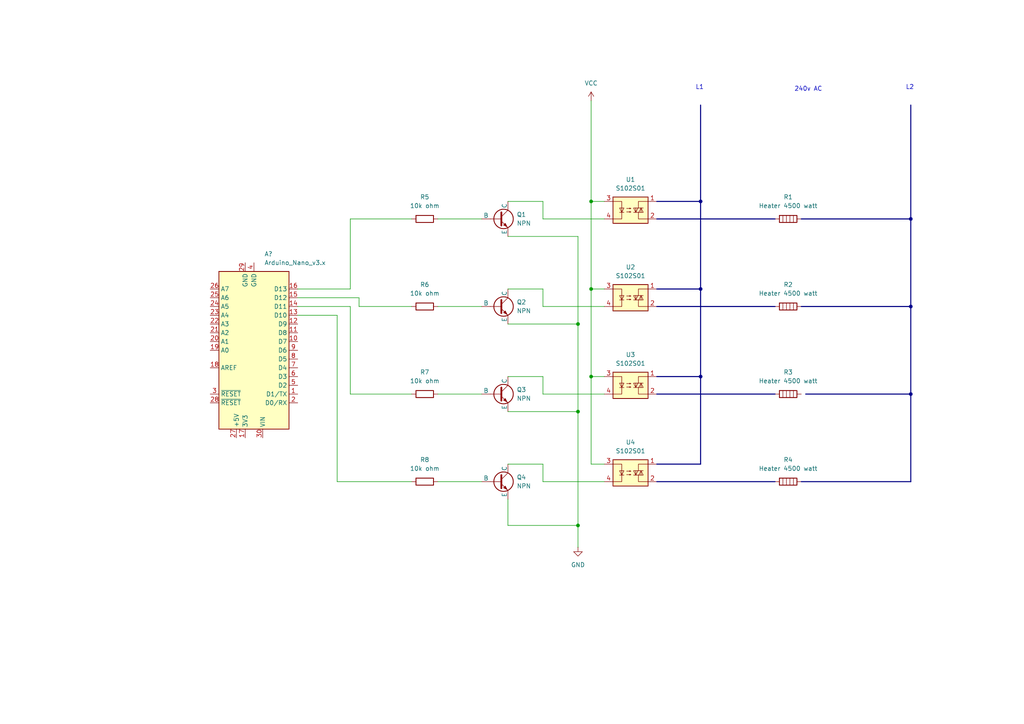
<source format=kicad_sch>
(kicad_sch
	(version 20231120)
	(generator "eeschema")
	(generator_version "8.0")
	(uuid "fe7bb7f7-d195-4d1b-a13e-6721f3f49046")
	(paper "A4")
	(title_block
		(title "20 kW Load")
		(date "2025-04-23")
		(rev "A")
		(company "Ed's DIY Solar Farm")
	)
	(lib_symbols
		(symbol "Device:Heater"
			(pin_numbers hide)
			(pin_names
				(offset 0)
			)
			(exclude_from_sim no)
			(in_bom yes)
			(on_board yes)
			(property "Reference" "R"
				(at 2.032 0 90)
				(effects
					(font
						(size 1.27 1.27)
					)
				)
			)
			(property "Value" "Heater"
				(at -2.032 0 90)
				(effects
					(font
						(size 1.27 1.27)
					)
				)
			)
			(property "Footprint" ""
				(at -1.778 0 90)
				(effects
					(font
						(size 1.27 1.27)
					)
					(hide yes)
				)
			)
			(property "Datasheet" "~"
				(at 0 0 0)
				(effects
					(font
						(size 1.27 1.27)
					)
					(hide yes)
				)
			)
			(property "Description" "Resistive heater"
				(at 0 0 0)
				(effects
					(font
						(size 1.27 1.27)
					)
					(hide yes)
				)
			)
			(property "ki_keywords" "heater R resistor"
				(at 0 0 0)
				(effects
					(font
						(size 1.27 1.27)
					)
					(hide yes)
				)
			)
			(symbol "Heater_0_1"
				(rectangle
					(start -1.016 -2.54)
					(end 1.016 2.54)
					(stroke
						(width 0.254)
						(type default)
					)
					(fill
						(type none)
					)
				)
				(polyline
					(pts
						(xy -1.016 1.524) (xy 1.016 1.524)
					)
					(stroke
						(width 0)
						(type default)
					)
					(fill
						(type none)
					)
				)
				(polyline
					(pts
						(xy 1.016 -1.524) (xy -1.016 -1.524)
					)
					(stroke
						(width 0)
						(type default)
					)
					(fill
						(type none)
					)
				)
				(polyline
					(pts
						(xy 1.016 -0.508) (xy -1.016 -0.508)
					)
					(stroke
						(width 0)
						(type default)
					)
					(fill
						(type none)
					)
				)
				(polyline
					(pts
						(xy 1.016 0.508) (xy -1.016 0.508)
					)
					(stroke
						(width 0)
						(type default)
					)
					(fill
						(type none)
					)
				)
			)
			(symbol "Heater_1_1"
				(pin passive line
					(at 0 3.81 270)
					(length 1.27)
					(name "~"
						(effects
							(font
								(size 1.27 1.27)
							)
						)
					)
					(number "1"
						(effects
							(font
								(size 1.27 1.27)
							)
						)
					)
				)
				(pin passive line
					(at 0 -3.81 90)
					(length 1.27)
					(name "~"
						(effects
							(font
								(size 1.27 1.27)
							)
						)
					)
					(number "2"
						(effects
							(font
								(size 1.27 1.27)
							)
						)
					)
				)
			)
		)
		(symbol "Device:R"
			(pin_numbers hide)
			(pin_names
				(offset 0)
			)
			(exclude_from_sim no)
			(in_bom yes)
			(on_board yes)
			(property "Reference" "R"
				(at 2.032 0 90)
				(effects
					(font
						(size 1.27 1.27)
					)
				)
			)
			(property "Value" "R"
				(at 0 0 90)
				(effects
					(font
						(size 1.27 1.27)
					)
				)
			)
			(property "Footprint" ""
				(at -1.778 0 90)
				(effects
					(font
						(size 1.27 1.27)
					)
					(hide yes)
				)
			)
			(property "Datasheet" "~"
				(at 0 0 0)
				(effects
					(font
						(size 1.27 1.27)
					)
					(hide yes)
				)
			)
			(property "Description" "Resistor"
				(at 0 0 0)
				(effects
					(font
						(size 1.27 1.27)
					)
					(hide yes)
				)
			)
			(property "ki_keywords" "R res resistor"
				(at 0 0 0)
				(effects
					(font
						(size 1.27 1.27)
					)
					(hide yes)
				)
			)
			(property "ki_fp_filters" "R_*"
				(at 0 0 0)
				(effects
					(font
						(size 1.27 1.27)
					)
					(hide yes)
				)
			)
			(symbol "R_0_1"
				(rectangle
					(start -1.016 -2.54)
					(end 1.016 2.54)
					(stroke
						(width 0.254)
						(type default)
					)
					(fill
						(type none)
					)
				)
			)
			(symbol "R_1_1"
				(pin passive line
					(at 0 3.81 270)
					(length 1.27)
					(name "~"
						(effects
							(font
								(size 1.27 1.27)
							)
						)
					)
					(number "1"
						(effects
							(font
								(size 1.27 1.27)
							)
						)
					)
				)
				(pin passive line
					(at 0 -3.81 90)
					(length 1.27)
					(name "~"
						(effects
							(font
								(size 1.27 1.27)
							)
						)
					)
					(number "2"
						(effects
							(font
								(size 1.27 1.27)
							)
						)
					)
				)
			)
		)
		(symbol "MCU_Module:Arduino_Nano_v3.x"
			(exclude_from_sim no)
			(in_bom yes)
			(on_board yes)
			(property "Reference" "A"
				(at -10.16 23.495 0)
				(effects
					(font
						(size 1.27 1.27)
					)
					(justify left bottom)
				)
			)
			(property "Value" "Arduino_Nano_v3.x"
				(at 5.08 -24.13 0)
				(effects
					(font
						(size 1.27 1.27)
					)
					(justify left top)
				)
			)
			(property "Footprint" "Module:Arduino_Nano"
				(at 0 0 0)
				(effects
					(font
						(size 1.27 1.27)
						(italic yes)
					)
					(hide yes)
				)
			)
			(property "Datasheet" "http://www.mouser.com/pdfdocs/Gravitech_Arduino_Nano3_0.pdf"
				(at 0 0 0)
				(effects
					(font
						(size 1.27 1.27)
					)
					(hide yes)
				)
			)
			(property "Description" "Arduino Nano v3.x"
				(at 0 0 0)
				(effects
					(font
						(size 1.27 1.27)
					)
					(hide yes)
				)
			)
			(property "ki_keywords" "Arduino nano microcontroller module USB"
				(at 0 0 0)
				(effects
					(font
						(size 1.27 1.27)
					)
					(hide yes)
				)
			)
			(property "ki_fp_filters" "Arduino*Nano*"
				(at 0 0 0)
				(effects
					(font
						(size 1.27 1.27)
					)
					(hide yes)
				)
			)
			(symbol "Arduino_Nano_v3.x_0_1"
				(rectangle
					(start -10.16 22.86)
					(end 10.16 -22.86)
					(stroke
						(width 0.254)
						(type default)
					)
					(fill
						(type background)
					)
				)
			)
			(symbol "Arduino_Nano_v3.x_1_1"
				(pin bidirectional line
					(at -12.7 12.7 0)
					(length 2.54)
					(name "D1/TX"
						(effects
							(font
								(size 1.27 1.27)
							)
						)
					)
					(number "1"
						(effects
							(font
								(size 1.27 1.27)
							)
						)
					)
				)
				(pin bidirectional line
					(at -12.7 -2.54 0)
					(length 2.54)
					(name "D7"
						(effects
							(font
								(size 1.27 1.27)
							)
						)
					)
					(number "10"
						(effects
							(font
								(size 1.27 1.27)
							)
						)
					)
				)
				(pin bidirectional line
					(at -12.7 -5.08 0)
					(length 2.54)
					(name "D8"
						(effects
							(font
								(size 1.27 1.27)
							)
						)
					)
					(number "11"
						(effects
							(font
								(size 1.27 1.27)
							)
						)
					)
				)
				(pin bidirectional line
					(at -12.7 -7.62 0)
					(length 2.54)
					(name "D9"
						(effects
							(font
								(size 1.27 1.27)
							)
						)
					)
					(number "12"
						(effects
							(font
								(size 1.27 1.27)
							)
						)
					)
				)
				(pin bidirectional line
					(at -12.7 -10.16 0)
					(length 2.54)
					(name "D10"
						(effects
							(font
								(size 1.27 1.27)
							)
						)
					)
					(number "13"
						(effects
							(font
								(size 1.27 1.27)
							)
						)
					)
				)
				(pin bidirectional line
					(at -12.7 -12.7 0)
					(length 2.54)
					(name "D11"
						(effects
							(font
								(size 1.27 1.27)
							)
						)
					)
					(number "14"
						(effects
							(font
								(size 1.27 1.27)
							)
						)
					)
				)
				(pin bidirectional line
					(at -12.7 -15.24 0)
					(length 2.54)
					(name "D12"
						(effects
							(font
								(size 1.27 1.27)
							)
						)
					)
					(number "15"
						(effects
							(font
								(size 1.27 1.27)
							)
						)
					)
				)
				(pin bidirectional line
					(at -12.7 -17.78 0)
					(length 2.54)
					(name "D13"
						(effects
							(font
								(size 1.27 1.27)
							)
						)
					)
					(number "16"
						(effects
							(font
								(size 1.27 1.27)
							)
						)
					)
				)
				(pin power_out line
					(at 2.54 25.4 270)
					(length 2.54)
					(name "3V3"
						(effects
							(font
								(size 1.27 1.27)
							)
						)
					)
					(number "17"
						(effects
							(font
								(size 1.27 1.27)
							)
						)
					)
				)
				(pin input line
					(at 12.7 5.08 180)
					(length 2.54)
					(name "AREF"
						(effects
							(font
								(size 1.27 1.27)
							)
						)
					)
					(number "18"
						(effects
							(font
								(size 1.27 1.27)
							)
						)
					)
				)
				(pin bidirectional line
					(at 12.7 0 180)
					(length 2.54)
					(name "A0"
						(effects
							(font
								(size 1.27 1.27)
							)
						)
					)
					(number "19"
						(effects
							(font
								(size 1.27 1.27)
							)
						)
					)
				)
				(pin bidirectional line
					(at -12.7 15.24 0)
					(length 2.54)
					(name "D0/RX"
						(effects
							(font
								(size 1.27 1.27)
							)
						)
					)
					(number "2"
						(effects
							(font
								(size 1.27 1.27)
							)
						)
					)
				)
				(pin bidirectional line
					(at 12.7 -2.54 180)
					(length 2.54)
					(name "A1"
						(effects
							(font
								(size 1.27 1.27)
							)
						)
					)
					(number "20"
						(effects
							(font
								(size 1.27 1.27)
							)
						)
					)
				)
				(pin bidirectional line
					(at 12.7 -5.08 180)
					(length 2.54)
					(name "A2"
						(effects
							(font
								(size 1.27 1.27)
							)
						)
					)
					(number "21"
						(effects
							(font
								(size 1.27 1.27)
							)
						)
					)
				)
				(pin bidirectional line
					(at 12.7 -7.62 180)
					(length 2.54)
					(name "A3"
						(effects
							(font
								(size 1.27 1.27)
							)
						)
					)
					(number "22"
						(effects
							(font
								(size 1.27 1.27)
							)
						)
					)
				)
				(pin bidirectional line
					(at 12.7 -10.16 180)
					(length 2.54)
					(name "A4"
						(effects
							(font
								(size 1.27 1.27)
							)
						)
					)
					(number "23"
						(effects
							(font
								(size 1.27 1.27)
							)
						)
					)
				)
				(pin bidirectional line
					(at 12.7 -12.7 180)
					(length 2.54)
					(name "A5"
						(effects
							(font
								(size 1.27 1.27)
							)
						)
					)
					(number "24"
						(effects
							(font
								(size 1.27 1.27)
							)
						)
					)
				)
				(pin bidirectional line
					(at 12.7 -15.24 180)
					(length 2.54)
					(name "A6"
						(effects
							(font
								(size 1.27 1.27)
							)
						)
					)
					(number "25"
						(effects
							(font
								(size 1.27 1.27)
							)
						)
					)
				)
				(pin bidirectional line
					(at 12.7 -17.78 180)
					(length 2.54)
					(name "A7"
						(effects
							(font
								(size 1.27 1.27)
							)
						)
					)
					(number "26"
						(effects
							(font
								(size 1.27 1.27)
							)
						)
					)
				)
				(pin power_out line
					(at 5.08 25.4 270)
					(length 2.54)
					(name "+5V"
						(effects
							(font
								(size 1.27 1.27)
							)
						)
					)
					(number "27"
						(effects
							(font
								(size 1.27 1.27)
							)
						)
					)
				)
				(pin input line
					(at 12.7 15.24 180)
					(length 2.54)
					(name "~{RESET}"
						(effects
							(font
								(size 1.27 1.27)
							)
						)
					)
					(number "28"
						(effects
							(font
								(size 1.27 1.27)
							)
						)
					)
				)
				(pin power_in line
					(at 2.54 -25.4 90)
					(length 2.54)
					(name "GND"
						(effects
							(font
								(size 1.27 1.27)
							)
						)
					)
					(number "29"
						(effects
							(font
								(size 1.27 1.27)
							)
						)
					)
				)
				(pin input line
					(at 12.7 12.7 180)
					(length 2.54)
					(name "~{RESET}"
						(effects
							(font
								(size 1.27 1.27)
							)
						)
					)
					(number "3"
						(effects
							(font
								(size 1.27 1.27)
							)
						)
					)
				)
				(pin power_in line
					(at -2.54 25.4 270)
					(length 2.54)
					(name "VIN"
						(effects
							(font
								(size 1.27 1.27)
							)
						)
					)
					(number "30"
						(effects
							(font
								(size 1.27 1.27)
							)
						)
					)
				)
				(pin power_in line
					(at 0 -25.4 90)
					(length 2.54)
					(name "GND"
						(effects
							(font
								(size 1.27 1.27)
							)
						)
					)
					(number "4"
						(effects
							(font
								(size 1.27 1.27)
							)
						)
					)
				)
				(pin bidirectional line
					(at -12.7 10.16 0)
					(length 2.54)
					(name "D2"
						(effects
							(font
								(size 1.27 1.27)
							)
						)
					)
					(number "5"
						(effects
							(font
								(size 1.27 1.27)
							)
						)
					)
				)
				(pin bidirectional line
					(at -12.7 7.62 0)
					(length 2.54)
					(name "D3"
						(effects
							(font
								(size 1.27 1.27)
							)
						)
					)
					(number "6"
						(effects
							(font
								(size 1.27 1.27)
							)
						)
					)
				)
				(pin bidirectional line
					(at -12.7 5.08 0)
					(length 2.54)
					(name "D4"
						(effects
							(font
								(size 1.27 1.27)
							)
						)
					)
					(number "7"
						(effects
							(font
								(size 1.27 1.27)
							)
						)
					)
				)
				(pin bidirectional line
					(at -12.7 2.54 0)
					(length 2.54)
					(name "D5"
						(effects
							(font
								(size 1.27 1.27)
							)
						)
					)
					(number "8"
						(effects
							(font
								(size 1.27 1.27)
							)
						)
					)
				)
				(pin bidirectional line
					(at -12.7 0 0)
					(length 2.54)
					(name "D6"
						(effects
							(font
								(size 1.27 1.27)
							)
						)
					)
					(number "9"
						(effects
							(font
								(size 1.27 1.27)
							)
						)
					)
				)
			)
		)
		(symbol "Relay_SolidState:S102S01"
			(exclude_from_sim no)
			(in_bom yes)
			(on_board yes)
			(property "Reference" "U"
				(at -5.08 5.08 0)
				(effects
					(font
						(size 1.27 1.27)
					)
					(justify left)
				)
			)
			(property "Value" "S102S01"
				(at 0 5.08 0)
				(effects
					(font
						(size 1.27 1.27)
					)
					(justify left)
				)
			)
			(property "Footprint" "Package_SIP:SIP4_Sharp-SSR_P7.62mm_Straight"
				(at -5.08 -5.08 0)
				(effects
					(font
						(size 1.27 1.27)
						(italic yes)
					)
					(justify left)
					(hide yes)
				)
			)
			(property "Datasheet" "http://www.sharp-world.com/products/device/lineup/data/pdf/datasheet/s102s01_e.pdf"
				(at 0 0 0)
				(effects
					(font
						(size 1.27 1.27)
					)
					(justify left)
					(hide yes)
				)
			)
			(property "Description" "Random Phase Opto-Triac, Vdrm 400V, Ift 8mA, IT 8A"
				(at 0 0 0)
				(effects
					(font
						(size 1.27 1.27)
					)
					(hide yes)
				)
			)
			(property "ki_keywords" "Opto-Triac Opto Triac Random Phase Solid State Relays"
				(at 0 0 0)
				(effects
					(font
						(size 1.27 1.27)
					)
					(hide yes)
				)
			)
			(property "ki_fp_filters" "SIP4*Sharp*SSR*P7.62mm*"
				(at 0 0 0)
				(effects
					(font
						(size 1.27 1.27)
					)
					(hide yes)
				)
			)
			(symbol "S102S01_0_1"
				(rectangle
					(start -5.08 3.81)
					(end 5.08 -3.81)
					(stroke
						(width 0.254)
						(type default)
					)
					(fill
						(type background)
					)
				)
				(polyline
					(pts
						(xy -3.175 -0.635) (xy -1.905 -0.635)
					)
					(stroke
						(width 0)
						(type default)
					)
					(fill
						(type none)
					)
				)
				(polyline
					(pts
						(xy 1.524 -0.635) (xy 1.524 0.635)
					)
					(stroke
						(width 0)
						(type default)
					)
					(fill
						(type none)
					)
				)
				(polyline
					(pts
						(xy 3.048 0.635) (xy 3.048 -0.635)
					)
					(stroke
						(width 0)
						(type default)
					)
					(fill
						(type none)
					)
				)
				(polyline
					(pts
						(xy 2.286 -0.635) (xy 2.286 -2.54) (xy 5.08 -2.54)
					)
					(stroke
						(width 0)
						(type default)
					)
					(fill
						(type none)
					)
				)
				(polyline
					(pts
						(xy 2.286 0.635) (xy 2.286 2.54) (xy 5.08 2.54)
					)
					(stroke
						(width 0)
						(type default)
					)
					(fill
						(type none)
					)
				)
				(polyline
					(pts
						(xy -5.08 2.54) (xy -2.54 2.54) (xy -2.54 -2.54) (xy -5.08 -2.54)
					)
					(stroke
						(width 0)
						(type default)
					)
					(fill
						(type none)
					)
				)
				(polyline
					(pts
						(xy -2.54 -0.635) (xy -3.175 0.635) (xy -1.905 0.635) (xy -2.54 -0.635)
					)
					(stroke
						(width 0)
						(type default)
					)
					(fill
						(type none)
					)
				)
				(polyline
					(pts
						(xy 0.889 -0.635) (xy 3.683 -0.635) (xy 3.048 0.635) (xy 2.413 -0.635)
					)
					(stroke
						(width 0)
						(type default)
					)
					(fill
						(type none)
					)
				)
				(polyline
					(pts
						(xy 3.683 0.635) (xy 0.889 0.635) (xy 1.524 -0.635) (xy 2.159 0.635)
					)
					(stroke
						(width 0)
						(type default)
					)
					(fill
						(type none)
					)
				)
				(polyline
					(pts
						(xy -1.143 -0.508) (xy 0.127 -0.508) (xy -0.254 -0.635) (xy -0.254 -0.381) (xy 0.127 -0.508)
					)
					(stroke
						(width 0)
						(type default)
					)
					(fill
						(type none)
					)
				)
				(polyline
					(pts
						(xy -1.143 0.508) (xy 0.127 0.508) (xy -0.254 0.381) (xy -0.254 0.635) (xy 0.127 0.508)
					)
					(stroke
						(width 0)
						(type default)
					)
					(fill
						(type none)
					)
				)
			)
			(symbol "S102S01_1_1"
				(pin passive line
					(at 7.62 2.54 180)
					(length 2.54)
					(name "~"
						(effects
							(font
								(size 1.27 1.27)
							)
						)
					)
					(number "1"
						(effects
							(font
								(size 1.27 1.27)
							)
						)
					)
				)
				(pin passive line
					(at 7.62 -2.54 180)
					(length 2.54)
					(name "~"
						(effects
							(font
								(size 1.27 1.27)
							)
						)
					)
					(number "2"
						(effects
							(font
								(size 1.27 1.27)
							)
						)
					)
				)
				(pin passive line
					(at -7.62 2.54 0)
					(length 2.54)
					(name "~"
						(effects
							(font
								(size 1.27 1.27)
							)
						)
					)
					(number "3"
						(effects
							(font
								(size 1.27 1.27)
							)
						)
					)
				)
				(pin passive line
					(at -7.62 -2.54 0)
					(length 2.54)
					(name "~"
						(effects
							(font
								(size 1.27 1.27)
							)
						)
					)
					(number "4"
						(effects
							(font
								(size 1.27 1.27)
							)
						)
					)
				)
			)
		)
		(symbol "Simulation_SPICE:NPN"
			(pin_numbers hide)
			(pin_names
				(offset 0)
			)
			(exclude_from_sim no)
			(in_bom yes)
			(on_board yes)
			(property "Reference" "Q"
				(at -2.54 7.62 0)
				(effects
					(font
						(size 1.27 1.27)
					)
				)
			)
			(property "Value" "NPN"
				(at -2.54 5.08 0)
				(effects
					(font
						(size 1.27 1.27)
					)
				)
			)
			(property "Footprint" ""
				(at 63.5 0 0)
				(effects
					(font
						(size 1.27 1.27)
					)
					(hide yes)
				)
			)
			(property "Datasheet" "https://ngspice.sourceforge.io/docs/ngspice-html-manual/manual.xhtml#cha_BJTs"
				(at 63.5 0 0)
				(effects
					(font
						(size 1.27 1.27)
					)
					(hide yes)
				)
			)
			(property "Description" "Bipolar transistor symbol for simulation only, substrate tied to the emitter"
				(at 0 0 0)
				(effects
					(font
						(size 1.27 1.27)
					)
					(hide yes)
				)
			)
			(property "Sim.Device" "NPN"
				(at 0 0 0)
				(effects
					(font
						(size 1.27 1.27)
					)
					(hide yes)
				)
			)
			(property "Sim.Type" "GUMMELPOON"
				(at 0 0 0)
				(effects
					(font
						(size 1.27 1.27)
					)
					(hide yes)
				)
			)
			(property "Sim.Pins" "1=C 2=B 3=E"
				(at 0 0 0)
				(effects
					(font
						(size 1.27 1.27)
					)
					(hide yes)
				)
			)
			(property "ki_keywords" "simulation"
				(at 0 0 0)
				(effects
					(font
						(size 1.27 1.27)
					)
					(hide yes)
				)
			)
			(symbol "NPN_0_1"
				(polyline
					(pts
						(xy -2.54 0) (xy 0.635 0)
					)
					(stroke
						(width 0.1524)
						(type default)
					)
					(fill
						(type none)
					)
				)
				(polyline
					(pts
						(xy 0.635 0.635) (xy 2.54 2.54)
					)
					(stroke
						(width 0)
						(type default)
					)
					(fill
						(type none)
					)
				)
				(polyline
					(pts
						(xy 2.794 -1.27) (xy 2.794 -1.27)
					)
					(stroke
						(width 0.1524)
						(type default)
					)
					(fill
						(type none)
					)
				)
				(polyline
					(pts
						(xy 2.794 -1.27) (xy 2.794 -1.27)
					)
					(stroke
						(width 0.1524)
						(type default)
					)
					(fill
						(type none)
					)
				)
				(polyline
					(pts
						(xy 0.635 -0.635) (xy 2.54 -2.54) (xy 2.54 -2.54)
					)
					(stroke
						(width 0)
						(type default)
					)
					(fill
						(type none)
					)
				)
				(polyline
					(pts
						(xy 0.635 1.905) (xy 0.635 -1.905) (xy 0.635 -1.905)
					)
					(stroke
						(width 0.508)
						(type default)
					)
					(fill
						(type none)
					)
				)
				(polyline
					(pts
						(xy 1.27 -1.778) (xy 1.778 -1.27) (xy 2.286 -2.286) (xy 1.27 -1.778) (xy 1.27 -1.778)
					)
					(stroke
						(width 0)
						(type default)
					)
					(fill
						(type outline)
					)
				)
				(circle
					(center 1.27 0)
					(radius 2.8194)
					(stroke
						(width 0.254)
						(type default)
					)
					(fill
						(type none)
					)
				)
			)
			(symbol "NPN_1_1"
				(pin open_collector line
					(at 2.54 5.08 270)
					(length 2.54)
					(name "C"
						(effects
							(font
								(size 1.27 1.27)
							)
						)
					)
					(number "1"
						(effects
							(font
								(size 1.27 1.27)
							)
						)
					)
				)
				(pin input line
					(at -5.08 0 0)
					(length 2.54)
					(name "B"
						(effects
							(font
								(size 1.27 1.27)
							)
						)
					)
					(number "2"
						(effects
							(font
								(size 1.27 1.27)
							)
						)
					)
				)
				(pin open_emitter line
					(at 2.54 -5.08 90)
					(length 2.54)
					(name "E"
						(effects
							(font
								(size 1.27 1.27)
							)
						)
					)
					(number "3"
						(effects
							(font
								(size 1.27 1.27)
							)
						)
					)
				)
			)
		)
		(symbol "power:GND"
			(power)
			(pin_numbers hide)
			(pin_names
				(offset 0) hide)
			(exclude_from_sim no)
			(in_bom yes)
			(on_board yes)
			(property "Reference" "#PWR"
				(at 0 -6.35 0)
				(effects
					(font
						(size 1.27 1.27)
					)
					(hide yes)
				)
			)
			(property "Value" "GND"
				(at 0 -3.81 0)
				(effects
					(font
						(size 1.27 1.27)
					)
				)
			)
			(property "Footprint" ""
				(at 0 0 0)
				(effects
					(font
						(size 1.27 1.27)
					)
					(hide yes)
				)
			)
			(property "Datasheet" ""
				(at 0 0 0)
				(effects
					(font
						(size 1.27 1.27)
					)
					(hide yes)
				)
			)
			(property "Description" "Power symbol creates a global label with name \"GND\" , ground"
				(at 0 0 0)
				(effects
					(font
						(size 1.27 1.27)
					)
					(hide yes)
				)
			)
			(property "ki_keywords" "global power"
				(at 0 0 0)
				(effects
					(font
						(size 1.27 1.27)
					)
					(hide yes)
				)
			)
			(symbol "GND_0_1"
				(polyline
					(pts
						(xy 0 0) (xy 0 -1.27) (xy 1.27 -1.27) (xy 0 -2.54) (xy -1.27 -1.27) (xy 0 -1.27)
					)
					(stroke
						(width 0)
						(type default)
					)
					(fill
						(type none)
					)
				)
			)
			(symbol "GND_1_1"
				(pin power_in line
					(at 0 0 270)
					(length 0)
					(name "~"
						(effects
							(font
								(size 1.27 1.27)
							)
						)
					)
					(number "1"
						(effects
							(font
								(size 1.27 1.27)
							)
						)
					)
				)
			)
		)
		(symbol "power:VCC"
			(power)
			(pin_numbers hide)
			(pin_names
				(offset 0) hide)
			(exclude_from_sim no)
			(in_bom yes)
			(on_board yes)
			(property "Reference" "#PWR"
				(at 0 -3.81 0)
				(effects
					(font
						(size 1.27 1.27)
					)
					(hide yes)
				)
			)
			(property "Value" "VCC"
				(at 0 3.556 0)
				(effects
					(font
						(size 1.27 1.27)
					)
				)
			)
			(property "Footprint" ""
				(at 0 0 0)
				(effects
					(font
						(size 1.27 1.27)
					)
					(hide yes)
				)
			)
			(property "Datasheet" ""
				(at 0 0 0)
				(effects
					(font
						(size 1.27 1.27)
					)
					(hide yes)
				)
			)
			(property "Description" "Power symbol creates a global label with name \"VCC\""
				(at 0 0 0)
				(effects
					(font
						(size 1.27 1.27)
					)
					(hide yes)
				)
			)
			(property "ki_keywords" "global power"
				(at 0 0 0)
				(effects
					(font
						(size 1.27 1.27)
					)
					(hide yes)
				)
			)
			(symbol "VCC_0_1"
				(polyline
					(pts
						(xy -0.762 1.27) (xy 0 2.54)
					)
					(stroke
						(width 0)
						(type default)
					)
					(fill
						(type none)
					)
				)
				(polyline
					(pts
						(xy 0 0) (xy 0 2.54)
					)
					(stroke
						(width 0)
						(type default)
					)
					(fill
						(type none)
					)
				)
				(polyline
					(pts
						(xy 0 2.54) (xy 0.762 1.27)
					)
					(stroke
						(width 0)
						(type default)
					)
					(fill
						(type none)
					)
				)
			)
			(symbol "VCC_1_1"
				(pin power_in line
					(at 0 0 90)
					(length 0)
					(name "~"
						(effects
							(font
								(size 1.27 1.27)
							)
						)
					)
					(number "1"
						(effects
							(font
								(size 1.27 1.27)
							)
						)
					)
				)
			)
		)
	)
	(junction
		(at 203.2 83.82)
		(diameter 0)
		(color 0 0 0 0)
		(uuid "22be129f-9b7e-4313-820c-c750f358a499")
	)
	(junction
		(at 167.64 152.4)
		(diameter 0)
		(color 0 0 0 0)
		(uuid "40567573-21a2-4152-886b-1243078ff403")
	)
	(junction
		(at 167.64 119.38)
		(diameter 0)
		(color 0 0 0 0)
		(uuid "5431cb59-250b-40b0-9b4d-ab70b3028017")
	)
	(junction
		(at 171.45 58.42)
		(diameter 0)
		(color 0 0 0 0)
		(uuid "797fcc86-750a-4eb9-9f51-1c9c2b4a21fa")
	)
	(junction
		(at 171.45 83.82)
		(diameter 0)
		(color 0 0 0 0)
		(uuid "7ad3f4ea-51dd-484e-86ea-3c47656d53fa")
	)
	(junction
		(at 167.64 93.98)
		(diameter 0)
		(color 0 0 0 0)
		(uuid "bbac6e06-58fa-40b3-bc45-51c16e1bbb43")
	)
	(junction
		(at 203.2 58.42)
		(diameter 0)
		(color 0 0 0 0)
		(uuid "bbe39355-8a39-4420-94d0-aa0fe44132f1")
	)
	(junction
		(at 264.16 114.3)
		(diameter 0)
		(color 0 0 0 0)
		(uuid "c2e49332-1082-4339-b5af-52d0fad46b8e")
	)
	(junction
		(at 264.16 63.5)
		(diameter 0)
		(color 0 0 0 0)
		(uuid "cc312c94-8870-43e4-ac5f-ea30db1939ca")
	)
	(junction
		(at 264.16 88.9)
		(diameter 0)
		(color 0 0 0 0)
		(uuid "d474ba07-5bbb-4abf-aace-3e7323a9bf83")
	)
	(junction
		(at 203.2 109.22)
		(diameter 0)
		(color 0 0 0 0)
		(uuid "e9a2a324-3371-402f-88d4-d3ccf6f4b535")
	)
	(junction
		(at 171.45 109.22)
		(diameter 0)
		(color 0 0 0 0)
		(uuid "fb27b612-cdd5-4227-82dc-579032609950")
	)
	(wire
		(pts
			(xy 127 139.7) (xy 139.7 139.7)
		)
		(stroke
			(width 0)
			(type default)
		)
		(uuid "0b8a2ca9-b0f1-4809-ab5b-2ff985e213ee")
	)
	(wire
		(pts
			(xy 147.32 68.58) (xy 167.64 68.58)
		)
		(stroke
			(width 0)
			(type default)
		)
		(uuid "13a583d8-35bb-4f52-b95b-515cfc2fcfad")
	)
	(wire
		(pts
			(xy 167.64 93.98) (xy 167.64 119.38)
		)
		(stroke
			(width 0)
			(type default)
		)
		(uuid "14ef12de-6fe9-478e-bb67-4f6d658483d5")
	)
	(wire
		(pts
			(xy 157.48 134.62) (xy 157.48 139.7)
		)
		(stroke
			(width 0)
			(type default)
		)
		(uuid "1636e6cb-7947-4f19-bc89-a051af0aa220")
	)
	(wire
		(pts
			(xy 147.32 144.78) (xy 147.32 152.4)
		)
		(stroke
			(width 0)
			(type default)
		)
		(uuid "1ca6f369-828f-4e5d-868d-82d2a03efc67")
	)
	(wire
		(pts
			(xy 167.64 119.38) (xy 167.64 152.4)
		)
		(stroke
			(width 0)
			(type default)
		)
		(uuid "1cb56256-22f5-4daf-a7b9-e05118d996f5")
	)
	(wire
		(pts
			(xy 127 114.3) (xy 139.7 114.3)
		)
		(stroke
			(width 0)
			(type default)
		)
		(uuid "1d2ea9b1-6a9a-464d-8a85-5e252bc12869")
	)
	(wire
		(pts
			(xy 97.79 91.44) (xy 86.36 91.44)
		)
		(stroke
			(width 0)
			(type default)
		)
		(uuid "1ed51ea8-06fd-4120-aa73-0fa49d18de74")
	)
	(wire
		(pts
			(xy 171.45 29.21) (xy 171.45 58.42)
		)
		(stroke
			(width 0)
			(type default)
		)
		(uuid "226de4b6-2640-4d38-8aad-f280528adead")
	)
	(wire
		(pts
			(xy 175.26 83.82) (xy 171.45 83.82)
		)
		(stroke
			(width 0)
			(type default)
		)
		(uuid "26505170-82d8-48ea-bb60-a19c4dba8503")
	)
	(wire
		(pts
			(xy 175.26 109.22) (xy 171.45 109.22)
		)
		(stroke
			(width 0)
			(type default)
		)
		(uuid "268df07d-21e5-475c-bc31-e5d7c66de75e")
	)
	(wire
		(pts
			(xy 101.6 83.82) (xy 86.36 83.82)
		)
		(stroke
			(width 0)
			(type default)
		)
		(uuid "27e9abba-522b-420e-a4f9-a047caed4080")
	)
	(wire
		(pts
			(xy 147.32 134.62) (xy 157.48 134.62)
		)
		(stroke
			(width 0)
			(type default)
		)
		(uuid "294e601a-9ec3-45e8-adf7-ebcb211840cd")
	)
	(wire
		(pts
			(xy 175.26 58.42) (xy 171.45 58.42)
		)
		(stroke
			(width 0)
			(type default)
		)
		(uuid "30703d7d-317a-4e38-bb2f-259b2bc249bd")
	)
	(wire
		(pts
			(xy 104.14 88.9) (xy 104.14 86.36)
		)
		(stroke
			(width 0)
			(type default)
		)
		(uuid "325544b2-0586-4e9b-b65a-96c38473f680")
	)
	(wire
		(pts
			(xy 97.79 139.7) (xy 97.79 91.44)
		)
		(stroke
			(width 0)
			(type default)
		)
		(uuid "3614d586-0eac-4821-8dbe-c5429ea858d2")
	)
	(wire
		(pts
			(xy 147.32 58.42) (xy 157.48 58.42)
		)
		(stroke
			(width 0)
			(type default)
		)
		(uuid "393c79e4-e4d2-4c0a-9867-e0014bc62b87")
	)
	(wire
		(pts
			(xy 157.48 83.82) (xy 157.48 88.9)
		)
		(stroke
			(width 0)
			(type default)
		)
		(uuid "398387cb-ad27-4844-90a0-009a71a74e6a")
	)
	(bus
		(pts
			(xy 203.2 109.22) (xy 203.2 83.82)
		)
		(stroke
			(width 0)
			(type default)
		)
		(uuid "41e3875d-7b05-4b04-839f-423aa3a926c0")
	)
	(wire
		(pts
			(xy 171.45 134.62) (xy 171.45 109.22)
		)
		(stroke
			(width 0)
			(type default)
		)
		(uuid "4314db73-15ea-4d4d-8900-3a9cf322012b")
	)
	(wire
		(pts
			(xy 167.64 68.58) (xy 167.64 93.98)
		)
		(stroke
			(width 0)
			(type default)
		)
		(uuid "44f4c623-1c99-47f9-b47a-af37689323db")
	)
	(wire
		(pts
			(xy 127 88.9) (xy 139.7 88.9)
		)
		(stroke
			(width 0)
			(type default)
		)
		(uuid "47177e15-87d5-4830-977a-819dadf6b7eb")
	)
	(wire
		(pts
			(xy 147.32 93.98) (xy 167.64 93.98)
		)
		(stroke
			(width 0)
			(type default)
		)
		(uuid "52b42be3-7309-4590-bc62-bda29a13beb1")
	)
	(bus
		(pts
			(xy 203.2 83.82) (xy 203.2 58.42)
		)
		(stroke
			(width 0)
			(type default)
		)
		(uuid "53cbdfc4-bba2-45e6-94a2-72829e7e4c1a")
	)
	(wire
		(pts
			(xy 157.48 114.3) (xy 175.26 114.3)
		)
		(stroke
			(width 0)
			(type default)
		)
		(uuid "54d1c9df-25d6-42fb-bf01-64abef3b0c51")
	)
	(wire
		(pts
			(xy 119.38 114.3) (xy 101.6 114.3)
		)
		(stroke
			(width 0)
			(type default)
		)
		(uuid "64db6764-e5c1-40bf-ad0b-12467e6ee122")
	)
	(wire
		(pts
			(xy 175.26 134.62) (xy 171.45 134.62)
		)
		(stroke
			(width 0)
			(type default)
		)
		(uuid "652f94ba-2744-48de-9fa1-5e5ea5412530")
	)
	(bus
		(pts
			(xy 190.5 58.42) (xy 203.2 58.42)
		)
		(stroke
			(width 0)
			(type default)
		)
		(uuid "6a6697a8-9eca-4744-a8d3-acd1e6fbea5e")
	)
	(wire
		(pts
			(xy 171.45 83.82) (xy 171.45 58.42)
		)
		(stroke
			(width 0)
			(type default)
		)
		(uuid "6fd8218b-2211-4321-9a4f-40258f4bcd36")
	)
	(wire
		(pts
			(xy 147.32 119.38) (xy 167.64 119.38)
		)
		(stroke
			(width 0)
			(type default)
		)
		(uuid "709c22be-1b9c-44ce-b358-167fe269e532")
	)
	(wire
		(pts
			(xy 147.32 83.82) (xy 157.48 83.82)
		)
		(stroke
			(width 0)
			(type default)
		)
		(uuid "70e3c77a-84bb-46cb-8226-3ee5558d1fbd")
	)
	(bus
		(pts
			(xy 203.2 30.48) (xy 203.2 58.42)
		)
		(stroke
			(width 0)
			(type default)
		)
		(uuid "83342264-9b25-4fe9-9c9f-cd0d02936ea7")
	)
	(bus
		(pts
			(xy 264.16 30.48) (xy 264.16 63.5)
		)
		(stroke
			(width 0)
			(type default)
		)
		(uuid "83af2e96-98b6-4bea-9c2e-a099211e87d7")
	)
	(bus
		(pts
			(xy 232.41 63.5) (xy 264.16 63.5)
		)
		(stroke
			(width 0)
			(type default)
		)
		(uuid "9155a527-be3a-4490-bb62-a7201a59e6a6")
	)
	(bus
		(pts
			(xy 190.5 63.5) (xy 224.79 63.5)
		)
		(stroke
			(width 0)
			(type default)
		)
		(uuid "949e19e7-bf04-44c6-93ae-e1d879b8bc17")
	)
	(wire
		(pts
			(xy 157.48 139.7) (xy 175.26 139.7)
		)
		(stroke
			(width 0)
			(type default)
		)
		(uuid "9739bddd-054e-444f-8200-ec244a5e0329")
	)
	(wire
		(pts
			(xy 127 63.5) (xy 139.7 63.5)
		)
		(stroke
			(width 0)
			(type default)
		)
		(uuid "99380530-5a33-4ac6-a760-53d9583a1281")
	)
	(bus
		(pts
			(xy 232.41 88.9) (xy 264.16 88.9)
		)
		(stroke
			(width 0)
			(type default)
		)
		(uuid "9a0c262a-0a9f-4535-a0a4-6528fb1ae7bd")
	)
	(bus
		(pts
			(xy 203.2 134.62) (xy 203.2 109.22)
		)
		(stroke
			(width 0)
			(type default)
		)
		(uuid "9a510295-e43c-4cf9-b97f-813830b184f3")
	)
	(bus
		(pts
			(xy 190.5 109.22) (xy 203.2 109.22)
		)
		(stroke
			(width 0)
			(type default)
		)
		(uuid "a0123264-49f6-47e8-8e63-3a71829742e4")
	)
	(wire
		(pts
			(xy 171.45 109.22) (xy 171.45 83.82)
		)
		(stroke
			(width 0)
			(type default)
		)
		(uuid "a81da130-a082-425d-bc79-a8edf5cee72c")
	)
	(bus
		(pts
			(xy 232.41 139.7) (xy 264.16 139.7)
		)
		(stroke
			(width 0)
			(type default)
		)
		(uuid "af4c6285-488a-42cb-82a9-bf5d7d1a3a24")
	)
	(bus
		(pts
			(xy 190.5 88.9) (xy 224.79 88.9)
		)
		(stroke
			(width 0)
			(type default)
		)
		(uuid "b13da731-7dbc-4708-9c23-f28c8eae6b8e")
	)
	(wire
		(pts
			(xy 101.6 88.9) (xy 86.36 88.9)
		)
		(stroke
			(width 0)
			(type default)
		)
		(uuid "b19716e8-a286-477e-aad1-537a53a320a8")
	)
	(wire
		(pts
			(xy 157.48 58.42) (xy 157.48 63.5)
		)
		(stroke
			(width 0)
			(type default)
		)
		(uuid "b197c7c7-914b-45ce-a9c3-d94654ba0691")
	)
	(wire
		(pts
			(xy 119.38 139.7) (xy 97.79 139.7)
		)
		(stroke
			(width 0)
			(type default)
		)
		(uuid "b9591c0b-585b-4c51-94b6-627f3d0a60b9")
	)
	(wire
		(pts
			(xy 167.64 152.4) (xy 167.64 158.75)
		)
		(stroke
			(width 0)
			(type default)
		)
		(uuid "bec2210b-b26f-4ab8-a40a-3304d511fe8e")
	)
	(bus
		(pts
			(xy 190.5 114.3) (xy 224.79 114.3)
		)
		(stroke
			(width 0)
			(type default)
		)
		(uuid "c330558c-dd4a-4088-afb3-516f7ae78b5a")
	)
	(bus
		(pts
			(xy 233.68 114.3) (xy 264.16 114.3)
		)
		(stroke
			(width 0)
			(type default)
		)
		(uuid "c4893928-d80e-4c47-9339-23406beb25ad")
	)
	(wire
		(pts
			(xy 104.14 86.36) (xy 86.36 86.36)
		)
		(stroke
			(width 0)
			(type default)
		)
		(uuid "c76b75fe-11a3-48ed-b36f-22139f7b354f")
	)
	(bus
		(pts
			(xy 190.5 83.82) (xy 203.2 83.82)
		)
		(stroke
			(width 0)
			(type default)
		)
		(uuid "cf43f128-da6c-4ac0-ad67-acb6c4edf32c")
	)
	(bus
		(pts
			(xy 264.16 88.9) (xy 264.16 114.3)
		)
		(stroke
			(width 0)
			(type default)
		)
		(uuid "d711b2a1-0c68-4342-a1bb-7c6b8fe1fda3")
	)
	(wire
		(pts
			(xy 157.48 63.5) (xy 175.26 63.5)
		)
		(stroke
			(width 0)
			(type default)
		)
		(uuid "dcc07fad-574b-41f1-84a5-51d78f5c375d")
	)
	(wire
		(pts
			(xy 157.48 88.9) (xy 175.26 88.9)
		)
		(stroke
			(width 0)
			(type default)
		)
		(uuid "dd5c5578-d198-4f7a-9aa3-0ed02855bd32")
	)
	(wire
		(pts
			(xy 101.6 114.3) (xy 101.6 88.9)
		)
		(stroke
			(width 0)
			(type default)
		)
		(uuid "e2034871-bb32-48d5-a0a5-bc0d317c5ee4")
	)
	(bus
		(pts
			(xy 264.16 63.5) (xy 264.16 88.9)
		)
		(stroke
			(width 0)
			(type default)
		)
		(uuid "e391adec-d2da-4f66-89d3-10595034566f")
	)
	(wire
		(pts
			(xy 147.32 109.22) (xy 157.48 109.22)
		)
		(stroke
			(width 0)
			(type default)
		)
		(uuid "e7d58870-eb17-4b76-9113-841b4113acd5")
	)
	(wire
		(pts
			(xy 119.38 63.5) (xy 101.6 63.5)
		)
		(stroke
			(width 0)
			(type default)
		)
		(uuid "ece7216c-fe49-41c0-90da-062aca28d80a")
	)
	(wire
		(pts
			(xy 101.6 63.5) (xy 101.6 83.82)
		)
		(stroke
			(width 0)
			(type default)
		)
		(uuid "ecf8f9ce-ec3c-400d-a134-97c13592548f")
	)
	(wire
		(pts
			(xy 147.32 152.4) (xy 167.64 152.4)
		)
		(stroke
			(width 0)
			(type default)
		)
		(uuid "ee007fbb-44b1-4d00-ba6e-959e7af4a13d")
	)
	(wire
		(pts
			(xy 157.48 109.22) (xy 157.48 114.3)
		)
		(stroke
			(width 0)
			(type default)
		)
		(uuid "f2a5f544-72d4-4deb-891d-c6c8f9080827")
	)
	(wire
		(pts
			(xy 119.38 88.9) (xy 104.14 88.9)
		)
		(stroke
			(width 0)
			(type default)
		)
		(uuid "f5daea5d-7c1c-4f19-a586-12e89b7ff97f")
	)
	(bus
		(pts
			(xy 190.5 134.62) (xy 203.2 134.62)
		)
		(stroke
			(width 0)
			(type default)
		)
		(uuid "f74bc9d5-4e53-4ba0-bc4a-145bc258c2b1")
	)
	(bus
		(pts
			(xy 190.5 139.7) (xy 224.79 139.7)
		)
		(stroke
			(width 0)
			(type default)
		)
		(uuid "fd438613-544d-4888-a2d2-e37c779d1fc1")
	)
	(bus
		(pts
			(xy 264.16 114.3) (xy 264.16 139.7)
		)
		(stroke
			(width 0)
			(type default)
		)
		(uuid "fd450472-280f-4c9e-b889-e44812d69909")
	)
	(text "240v AC"
		(exclude_from_sim no)
		(at 234.442 25.908 0)
		(effects
			(font
				(size 1.27 1.27)
			)
		)
		(uuid "34173d0e-914a-4400-a97c-6fc5a56b6bb1")
	)
	(text "L1"
		(exclude_from_sim no)
		(at 202.946 25.4 0)
		(effects
			(font
				(size 1.27 1.27)
			)
		)
		(uuid "5de5b12d-09cd-4dbd-b7c0-c6e7969f0e89")
	)
	(text "L2"
		(exclude_from_sim no)
		(at 263.906 25.4 0)
		(effects
			(font
				(size 1.27 1.27)
			)
		)
		(uuid "e6b4547c-ed10-4972-a1cd-3db59f3d3e6f")
	)
	(symbol
		(lib_id "Relay_SolidState:S102S01")
		(at 182.88 137.16 0)
		(unit 1)
		(exclude_from_sim no)
		(in_bom yes)
		(on_board yes)
		(dnp no)
		(fields_autoplaced yes)
		(uuid "0746efba-a70d-4ac1-98f0-e21ca79b55dc")
		(property "Reference" "U4"
			(at 182.88 128.27 0)
			(effects
				(font
					(size 1.27 1.27)
				)
			)
		)
		(property "Value" "S102S01"
			(at 182.88 130.81 0)
			(effects
				(font
					(size 1.27 1.27)
				)
			)
		)
		(property "Footprint" "Package_SIP:SIP4_Sharp-SSR_P7.62mm_Straight"
			(at 177.8 142.24 0)
			(effects
				(font
					(size 1.27 1.27)
					(italic yes)
				)
				(justify left)
				(hide yes)
			)
		)
		(property "Datasheet" "http://www.sharp-world.com/products/device/lineup/data/pdf/datasheet/s102s01_e.pdf"
			(at 182.88 137.16 0)
			(effects
				(font
					(size 1.27 1.27)
				)
				(justify left)
				(hide yes)
			)
		)
		(property "Description" "Random Phase Opto-Triac, Vdrm 400V, Ift 8mA, IT 8A"
			(at 182.88 137.16 0)
			(effects
				(font
					(size 1.27 1.27)
				)
				(hide yes)
			)
		)
		(pin "4"
			(uuid "598df183-cbbd-4ffd-92a8-341ef354bd53")
		)
		(pin "2"
			(uuid "179062e8-790c-4719-95c5-c18bbb341a30")
		)
		(pin "3"
			(uuid "ddbb881a-1a53-4bd0-b282-7ca369d7ca02")
		)
		(pin "1"
			(uuid "fe5eece9-9d8c-473a-8256-a9fd64689f12")
		)
		(instances
			(project "20kw resistive load"
				(path "/fe7bb7f7-d195-4d1b-a13e-6721f3f49046"
					(reference "U4")
					(unit 1)
				)
			)
		)
	)
	(symbol
		(lib_id "Relay_SolidState:S102S01")
		(at 182.88 60.96 0)
		(unit 1)
		(exclude_from_sim no)
		(in_bom yes)
		(on_board yes)
		(dnp no)
		(fields_autoplaced yes)
		(uuid "0fa67dca-6120-419b-9b36-e22d35bd5abc")
		(property "Reference" "U1"
			(at 182.88 52.07 0)
			(effects
				(font
					(size 1.27 1.27)
				)
			)
		)
		(property "Value" "S102S01"
			(at 182.88 54.61 0)
			(effects
				(font
					(size 1.27 1.27)
				)
			)
		)
		(property "Footprint" "Package_SIP:SIP4_Sharp-SSR_P7.62mm_Straight"
			(at 177.8 66.04 0)
			(effects
				(font
					(size 1.27 1.27)
					(italic yes)
				)
				(justify left)
				(hide yes)
			)
		)
		(property "Datasheet" "http://www.sharp-world.com/products/device/lineup/data/pdf/datasheet/s102s01_e.pdf"
			(at 182.88 60.96 0)
			(effects
				(font
					(size 1.27 1.27)
				)
				(justify left)
				(hide yes)
			)
		)
		(property "Description" "Random Phase Opto-Triac, Vdrm 400V, Ift 8mA, IT 8A"
			(at 182.88 60.96 0)
			(effects
				(font
					(size 1.27 1.27)
				)
				(hide yes)
			)
		)
		(pin "4"
			(uuid "cefdea29-5677-4ffb-979c-2bc5c7d29b76")
		)
		(pin "2"
			(uuid "61361cd4-4ae3-40d5-96f8-8a27b7df4b7e")
		)
		(pin "3"
			(uuid "9a542c20-8e3c-4af2-9dae-f967be90cb23")
		)
		(pin "1"
			(uuid "2479b276-dc3a-43bb-bd45-71d160ec5a63")
		)
		(instances
			(project ""
				(path "/fe7bb7f7-d195-4d1b-a13e-6721f3f49046"
					(reference "U1")
					(unit 1)
				)
			)
		)
	)
	(symbol
		(lib_id "Device:R")
		(at 123.19 114.3 270)
		(unit 1)
		(exclude_from_sim no)
		(in_bom yes)
		(on_board yes)
		(dnp no)
		(fields_autoplaced yes)
		(uuid "26e99de8-1999-4728-9478-a18537c85b0e")
		(property "Reference" "R7"
			(at 123.19 107.95 90)
			(effects
				(font
					(size 1.27 1.27)
				)
			)
		)
		(property "Value" "10k ohm"
			(at 123.19 110.49 90)
			(effects
				(font
					(size 1.27 1.27)
				)
			)
		)
		(property "Footprint" ""
			(at 123.19 112.522 90)
			(effects
				(font
					(size 1.27 1.27)
				)
				(hide yes)
			)
		)
		(property "Datasheet" "~"
			(at 123.19 114.3 0)
			(effects
				(font
					(size 1.27 1.27)
				)
				(hide yes)
			)
		)
		(property "Description" "Resistor"
			(at 123.19 114.3 0)
			(effects
				(font
					(size 1.27 1.27)
				)
				(hide yes)
			)
		)
		(pin "1"
			(uuid "98416308-416c-4478-a5f3-9c5358083221")
		)
		(pin "2"
			(uuid "aa1f9fca-3fa3-4050-a45a-8d645a89d677")
		)
		(instances
			(project "20kw resistive load"
				(path "/fe7bb7f7-d195-4d1b-a13e-6721f3f49046"
					(reference "R7")
					(unit 1)
				)
			)
		)
	)
	(symbol
		(lib_id "Simulation_SPICE:NPN")
		(at 144.78 139.7 0)
		(unit 1)
		(exclude_from_sim no)
		(in_bom yes)
		(on_board yes)
		(dnp no)
		(fields_autoplaced yes)
		(uuid "2cd2f2b3-1f4d-44a2-a687-9eeba1589b57")
		(property "Reference" "Q4"
			(at 149.86 138.4299 0)
			(effects
				(font
					(size 1.27 1.27)
				)
				(justify left)
			)
		)
		(property "Value" "NPN"
			(at 149.86 140.9699 0)
			(effects
				(font
					(size 1.27 1.27)
				)
				(justify left)
			)
		)
		(property "Footprint" ""
			(at 208.28 139.7 0)
			(effects
				(font
					(size 1.27 1.27)
				)
				(hide yes)
			)
		)
		(property "Datasheet" "https://ngspice.sourceforge.io/docs/ngspice-html-manual/manual.xhtml#cha_BJTs"
			(at 208.28 139.7 0)
			(effects
				(font
					(size 1.27 1.27)
				)
				(hide yes)
			)
		)
		(property "Description" "Bipolar transistor symbol for simulation only, substrate tied to the emitter"
			(at 144.78 139.7 0)
			(effects
				(font
					(size 1.27 1.27)
				)
				(hide yes)
			)
		)
		(property "Sim.Device" "NPN"
			(at 144.78 139.7 0)
			(effects
				(font
					(size 1.27 1.27)
				)
				(hide yes)
			)
		)
		(property "Sim.Type" "GUMMELPOON"
			(at 144.78 139.7 0)
			(effects
				(font
					(size 1.27 1.27)
				)
				(hide yes)
			)
		)
		(property "Sim.Pins" "1=C 2=B 3=E"
			(at 144.78 139.7 0)
			(effects
				(font
					(size 1.27 1.27)
				)
				(hide yes)
			)
		)
		(pin "2"
			(uuid "1af54c81-bb3d-4b3b-830d-7e2491f26124")
		)
		(pin "3"
			(uuid "678010a2-b3b2-4a74-b920-09b4736458c8")
		)
		(pin "1"
			(uuid "bd70be6b-84c4-4cf0-a341-3f1f5f041340")
		)
		(instances
			(project "20kw resistive load"
				(path "/fe7bb7f7-d195-4d1b-a13e-6721f3f49046"
					(reference "Q4")
					(unit 1)
				)
			)
		)
	)
	(symbol
		(lib_id "Simulation_SPICE:NPN")
		(at 144.78 88.9 0)
		(unit 1)
		(exclude_from_sim no)
		(in_bom yes)
		(on_board yes)
		(dnp no)
		(fields_autoplaced yes)
		(uuid "3d383539-e659-479b-9a5e-838e96d377d7")
		(property "Reference" "Q2"
			(at 149.86 87.6299 0)
			(effects
				(font
					(size 1.27 1.27)
				)
				(justify left)
			)
		)
		(property "Value" "NPN"
			(at 149.86 90.1699 0)
			(effects
				(font
					(size 1.27 1.27)
				)
				(justify left)
			)
		)
		(property "Footprint" ""
			(at 208.28 88.9 0)
			(effects
				(font
					(size 1.27 1.27)
				)
				(hide yes)
			)
		)
		(property "Datasheet" "https://ngspice.sourceforge.io/docs/ngspice-html-manual/manual.xhtml#cha_BJTs"
			(at 208.28 88.9 0)
			(effects
				(font
					(size 1.27 1.27)
				)
				(hide yes)
			)
		)
		(property "Description" "Bipolar transistor symbol for simulation only, substrate tied to the emitter"
			(at 144.78 88.9 0)
			(effects
				(font
					(size 1.27 1.27)
				)
				(hide yes)
			)
		)
		(property "Sim.Device" "NPN"
			(at 144.78 88.9 0)
			(effects
				(font
					(size 1.27 1.27)
				)
				(hide yes)
			)
		)
		(property "Sim.Type" "GUMMELPOON"
			(at 144.78 88.9 0)
			(effects
				(font
					(size 1.27 1.27)
				)
				(hide yes)
			)
		)
		(property "Sim.Pins" "1=C 2=B 3=E"
			(at 144.78 88.9 0)
			(effects
				(font
					(size 1.27 1.27)
				)
				(hide yes)
			)
		)
		(pin "2"
			(uuid "531e5088-d6fa-45ad-8ed7-5d65898c030a")
		)
		(pin "3"
			(uuid "28c69b47-539f-49be-bdd2-e0c134a29710")
		)
		(pin "1"
			(uuid "9adbfbe0-4590-4d05-8eaa-8bf02086b7fb")
		)
		(instances
			(project "20kw resistive load"
				(path "/fe7bb7f7-d195-4d1b-a13e-6721f3f49046"
					(reference "Q2")
					(unit 1)
				)
			)
		)
	)
	(symbol
		(lib_id "power:GND")
		(at 167.64 158.75 0)
		(unit 1)
		(exclude_from_sim no)
		(in_bom yes)
		(on_board yes)
		(dnp no)
		(fields_autoplaced yes)
		(uuid "3db64399-0f07-4f17-93a3-a65c681b264a")
		(property "Reference" "#PWR01"
			(at 167.64 165.1 0)
			(effects
				(font
					(size 1.27 1.27)
				)
				(hide yes)
			)
		)
		(property "Value" "GND"
			(at 167.64 163.83 0)
			(effects
				(font
					(size 1.27 1.27)
				)
			)
		)
		(property "Footprint" ""
			(at 167.64 158.75 0)
			(effects
				(font
					(size 1.27 1.27)
				)
				(hide yes)
			)
		)
		(property "Datasheet" ""
			(at 167.64 158.75 0)
			(effects
				(font
					(size 1.27 1.27)
				)
				(hide yes)
			)
		)
		(property "Description" "Power symbol creates a global label with name \"GND\" , ground"
			(at 167.64 158.75 0)
			(effects
				(font
					(size 1.27 1.27)
				)
				(hide yes)
			)
		)
		(pin "1"
			(uuid "6079bd47-0369-47ec-a258-b52f189adcd0")
		)
		(instances
			(project ""
				(path "/fe7bb7f7-d195-4d1b-a13e-6721f3f49046"
					(reference "#PWR01")
					(unit 1)
				)
			)
		)
	)
	(symbol
		(lib_id "Simulation_SPICE:NPN")
		(at 144.78 63.5 0)
		(unit 1)
		(exclude_from_sim no)
		(in_bom yes)
		(on_board yes)
		(dnp no)
		(fields_autoplaced yes)
		(uuid "54489b75-a739-4fea-8a11-68836cf001ad")
		(property "Reference" "Q1"
			(at 149.86 62.2299 0)
			(effects
				(font
					(size 1.27 1.27)
				)
				(justify left)
			)
		)
		(property "Value" "NPN"
			(at 149.86 64.7699 0)
			(effects
				(font
					(size 1.27 1.27)
				)
				(justify left)
			)
		)
		(property "Footprint" ""
			(at 208.28 63.5 0)
			(effects
				(font
					(size 1.27 1.27)
				)
				(hide yes)
			)
		)
		(property "Datasheet" "https://ngspice.sourceforge.io/docs/ngspice-html-manual/manual.xhtml#cha_BJTs"
			(at 208.28 63.5 0)
			(effects
				(font
					(size 1.27 1.27)
				)
				(hide yes)
			)
		)
		(property "Description" "Bipolar transistor symbol for simulation only, substrate tied to the emitter"
			(at 144.78 63.5 0)
			(effects
				(font
					(size 1.27 1.27)
				)
				(hide yes)
			)
		)
		(property "Sim.Device" "NPN"
			(at 144.78 63.5 0)
			(effects
				(font
					(size 1.27 1.27)
				)
				(hide yes)
			)
		)
		(property "Sim.Type" "GUMMELPOON"
			(at 144.78 63.5 0)
			(effects
				(font
					(size 1.27 1.27)
				)
				(hide yes)
			)
		)
		(property "Sim.Pins" "1=C 2=B 3=E"
			(at 144.78 63.5 0)
			(effects
				(font
					(size 1.27 1.27)
				)
				(hide yes)
			)
		)
		(pin "2"
			(uuid "589f9d77-a36b-495a-9ce4-1cede27a5ede")
		)
		(pin "3"
			(uuid "e44da76c-22db-48be-98f7-9acfab582a87")
		)
		(pin "1"
			(uuid "4859ec14-5acc-4500-9f01-40099e7d964a")
		)
		(instances
			(project ""
				(path "/fe7bb7f7-d195-4d1b-a13e-6721f3f49046"
					(reference "Q1")
					(unit 1)
				)
			)
		)
	)
	(symbol
		(lib_id "Device:R")
		(at 123.19 139.7 270)
		(unit 1)
		(exclude_from_sim no)
		(in_bom yes)
		(on_board yes)
		(dnp no)
		(fields_autoplaced yes)
		(uuid "59e00d3e-5f4f-4d52-9035-ab92b8ad0f9a")
		(property "Reference" "R8"
			(at 123.19 133.35 90)
			(effects
				(font
					(size 1.27 1.27)
				)
			)
		)
		(property "Value" "10k ohm"
			(at 123.19 135.89 90)
			(effects
				(font
					(size 1.27 1.27)
				)
			)
		)
		(property "Footprint" ""
			(at 123.19 137.922 90)
			(effects
				(font
					(size 1.27 1.27)
				)
				(hide yes)
			)
		)
		(property "Datasheet" "~"
			(at 123.19 139.7 0)
			(effects
				(font
					(size 1.27 1.27)
				)
				(hide yes)
			)
		)
		(property "Description" "Resistor"
			(at 123.19 139.7 0)
			(effects
				(font
					(size 1.27 1.27)
				)
				(hide yes)
			)
		)
		(pin "1"
			(uuid "2ea37776-8dca-4df7-b34c-b6ad14e21204")
		)
		(pin "2"
			(uuid "60ffec42-ff38-4c20-a593-02820f7d9a04")
		)
		(instances
			(project "20kw resistive load"
				(path "/fe7bb7f7-d195-4d1b-a13e-6721f3f49046"
					(reference "R8")
					(unit 1)
				)
			)
		)
	)
	(symbol
		(lib_id "Device:R")
		(at 123.19 63.5 270)
		(unit 1)
		(exclude_from_sim no)
		(in_bom yes)
		(on_board yes)
		(dnp no)
		(fields_autoplaced yes)
		(uuid "76c8d44a-1ed5-401f-b2dd-dc874121c431")
		(property "Reference" "R5"
			(at 123.19 57.15 90)
			(effects
				(font
					(size 1.27 1.27)
				)
			)
		)
		(property "Value" "10k ohm"
			(at 123.19 59.69 90)
			(effects
				(font
					(size 1.27 1.27)
				)
			)
		)
		(property "Footprint" ""
			(at 123.19 61.722 90)
			(effects
				(font
					(size 1.27 1.27)
				)
				(hide yes)
			)
		)
		(property "Datasheet" "~"
			(at 123.19 63.5 0)
			(effects
				(font
					(size 1.27 1.27)
				)
				(hide yes)
			)
		)
		(property "Description" "Resistor"
			(at 123.19 63.5 0)
			(effects
				(font
					(size 1.27 1.27)
				)
				(hide yes)
			)
		)
		(pin "1"
			(uuid "5843d6c4-4b0c-436b-a672-70b2cd0d97a5")
		)
		(pin "2"
			(uuid "922fe283-5eb4-4618-add6-c0f0c3f83880")
		)
		(instances
			(project ""
				(path "/fe7bb7f7-d195-4d1b-a13e-6721f3f49046"
					(reference "R5")
					(unit 1)
				)
			)
		)
	)
	(symbol
		(lib_id "Device:Heater")
		(at 228.6 88.9 270)
		(unit 1)
		(exclude_from_sim no)
		(in_bom yes)
		(on_board yes)
		(dnp no)
		(fields_autoplaced yes)
		(uuid "789b4108-8a2d-4cfe-bbe7-788d7be7946b")
		(property "Reference" "R2"
			(at 228.6 82.55 90)
			(effects
				(font
					(size 1.27 1.27)
				)
			)
		)
		(property "Value" "Heater 4500 watt"
			(at 228.6 85.09 90)
			(effects
				(font
					(size 1.27 1.27)
				)
			)
		)
		(property "Footprint" ""
			(at 228.6 87.122 90)
			(effects
				(font
					(size 1.27 1.27)
				)
				(hide yes)
			)
		)
		(property "Datasheet" "~"
			(at 228.6 88.9 0)
			(effects
				(font
					(size 1.27 1.27)
				)
				(hide yes)
			)
		)
		(property "Description" "Resistive heater"
			(at 228.6 88.9 0)
			(effects
				(font
					(size 1.27 1.27)
				)
				(hide yes)
			)
		)
		(pin "1"
			(uuid "6c11b700-e24e-41c9-9bf9-24316d176338")
		)
		(pin "2"
			(uuid "7458855e-348f-494d-99d3-f143854a81c7")
		)
		(instances
			(project "20kw resistive load"
				(path "/fe7bb7f7-d195-4d1b-a13e-6721f3f49046"
					(reference "R2")
					(unit 1)
				)
			)
		)
	)
	(symbol
		(lib_id "MCU_Module:Arduino_Nano_v3.x")
		(at 73.66 101.6 180)
		(unit 1)
		(exclude_from_sim no)
		(in_bom yes)
		(on_board yes)
		(dnp no)
		(fields_autoplaced yes)
		(uuid "81121279-92a7-417c-86a6-d8a21bff44a8")
		(property "Reference" "A?"
			(at 76.6765 73.66 0)
			(effects
				(font
					(size 1.27 1.27)
				)
				(justify right)
			)
		)
		(property "Value" "Arduino_Nano_v3.x"
			(at 76.6765 76.2 0)
			(effects
				(font
					(size 1.27 1.27)
				)
				(justify right)
			)
		)
		(property "Footprint" "Module:Arduino_Nano"
			(at 73.66 101.6 0)
			(effects
				(font
					(size 1.27 1.27)
					(italic yes)
				)
				(hide yes)
			)
		)
		(property "Datasheet" "http://www.mouser.com/pdfdocs/Gravitech_Arduino_Nano3_0.pdf"
			(at 73.66 101.6 0)
			(effects
				(font
					(size 1.27 1.27)
				)
				(hide yes)
			)
		)
		(property "Description" "Arduino Nano v3.x"
			(at 73.66 101.6 0)
			(effects
				(font
					(size 1.27 1.27)
				)
				(hide yes)
			)
		)
		(pin "1"
			(uuid "fea2d9fa-7e19-41c2-a80a-f322889f1a6b")
		)
		(pin "12"
			(uuid "97d1754f-d2eb-4c83-9abf-266fc651ae61")
		)
		(pin "16"
			(uuid "07067165-3fd7-4387-b5d6-8cf72a42065e")
		)
		(pin "18"
			(uuid "c50e142b-b102-4cf5-ab1a-45775afa833f")
		)
		(pin "19"
			(uuid "90fed371-a240-422e-8650-f4178b6278ea")
		)
		(pin "2"
			(uuid "5c0f66be-81b5-4b6e-b66b-c9a8faa97320")
		)
		(pin "17"
			(uuid "65e1f844-fda4-4949-b63b-5027399547be")
		)
		(pin "20"
			(uuid "186bfb86-21d9-424b-a155-3d7237b17e6a")
		)
		(pin "21"
			(uuid "d67262b6-3696-43fd-b0e7-c05b84a9da7e")
		)
		(pin "11"
			(uuid "093c4d76-05d3-4304-89bb-ab67fa2f762c")
		)
		(pin "10"
			(uuid "6f7534c6-abac-4011-9ee1-a8bf303785d9")
		)
		(pin "13"
			(uuid "68def8cb-fee0-40af-a588-f7519e6f5834")
		)
		(pin "14"
			(uuid "46d5d639-cd62-47d6-b422-fe7e3af71aca")
		)
		(pin "15"
			(uuid "57f19d1f-e02c-4b1e-9ffb-0a276251fc48")
		)
		(pin "5"
			(uuid "90c82e02-3a73-4846-85ab-9623b819dd4a")
		)
		(pin "23"
			(uuid "eef8f5c4-b304-46a4-ad7e-335e2ab34a77")
		)
		(pin "7"
			(uuid "4dd08645-59b5-4dd2-9a2d-a29bd3fc90f3")
		)
		(pin "26"
			(uuid "973ad1a5-3592-4e89-945b-4c0ed960b026")
		)
		(pin "30"
			(uuid "dc17f676-f774-4d69-8917-08963e2d3d73")
		)
		(pin "24"
			(uuid "c66296f6-15c4-4faa-8372-81b15ea58397")
		)
		(pin "9"
			(uuid "01d3cdd3-82f6-40f1-996d-410ec5c7ee05")
		)
		(pin "4"
			(uuid "d5e1c448-6b5b-4b4d-8ade-5af9bba1566f")
		)
		(pin "27"
			(uuid "91822c57-e566-404a-b8ce-21b101dd6e5f")
		)
		(pin "3"
			(uuid "ccc57261-61cc-46fb-b0fb-21028e65f2c8")
		)
		(pin "6"
			(uuid "222dbf9d-0286-4845-8dcd-4e297b1a39a6")
		)
		(pin "25"
			(uuid "eb9e7c50-9f43-4826-b6d9-8f81b88488ce")
		)
		(pin "8"
			(uuid "de66bac6-f79b-48ed-a8d5-4628f7355fd4")
		)
		(pin "28"
			(uuid "7ea30e01-c0e0-4be6-ab05-cc48faf9e8c1")
		)
		(pin "29"
			(uuid "c3bf4fec-9129-4fe5-80e7-d4ff09590094")
		)
		(pin "22"
			(uuid "e640adf2-3c2c-44ae-a252-595ad1b6b2a6")
		)
		(instances
			(project ""
				(path "/fe7bb7f7-d195-4d1b-a13e-6721f3f49046"
					(reference "A?")
					(unit 1)
				)
			)
		)
	)
	(symbol
		(lib_id "Device:Heater")
		(at 228.6 114.3 270)
		(unit 1)
		(exclude_from_sim no)
		(in_bom yes)
		(on_board yes)
		(dnp no)
		(fields_autoplaced yes)
		(uuid "8236fb5f-b374-44fe-9472-a60684b41171")
		(property "Reference" "R3"
			(at 228.6 107.95 90)
			(effects
				(font
					(size 1.27 1.27)
				)
			)
		)
		(property "Value" "Heater 4500 watt"
			(at 228.6 110.49 90)
			(effects
				(font
					(size 1.27 1.27)
				)
			)
		)
		(property "Footprint" ""
			(at 228.6 112.522 90)
			(effects
				(font
					(size 1.27 1.27)
				)
				(hide yes)
			)
		)
		(property "Datasheet" "~"
			(at 228.6 114.3 0)
			(effects
				(font
					(size 1.27 1.27)
				)
				(hide yes)
			)
		)
		(property "Description" "Resistive heater"
			(at 228.6 114.3 0)
			(effects
				(font
					(size 1.27 1.27)
				)
				(hide yes)
			)
		)
		(pin "1"
			(uuid "0e28fd48-596c-4261-b2d3-6efa202caaaf")
		)
		(pin "2"
			(uuid "c9652286-c08f-4ad0-b59f-fce69d791896")
		)
		(instances
			(project "20kw resistive load"
				(path "/fe7bb7f7-d195-4d1b-a13e-6721f3f49046"
					(reference "R3")
					(unit 1)
				)
			)
		)
	)
	(symbol
		(lib_id "Simulation_SPICE:NPN")
		(at 144.78 114.3 0)
		(unit 1)
		(exclude_from_sim no)
		(in_bom yes)
		(on_board yes)
		(dnp no)
		(fields_autoplaced yes)
		(uuid "a755ce48-338a-41f5-a815-82cd054647a3")
		(property "Reference" "Q3"
			(at 149.86 113.0299 0)
			(effects
				(font
					(size 1.27 1.27)
				)
				(justify left)
			)
		)
		(property "Value" "NPN"
			(at 149.86 115.5699 0)
			(effects
				(font
					(size 1.27 1.27)
				)
				(justify left)
			)
		)
		(property "Footprint" ""
			(at 208.28 114.3 0)
			(effects
				(font
					(size 1.27 1.27)
				)
				(hide yes)
			)
		)
		(property "Datasheet" "https://ngspice.sourceforge.io/docs/ngspice-html-manual/manual.xhtml#cha_BJTs"
			(at 208.28 114.3 0)
			(effects
				(font
					(size 1.27 1.27)
				)
				(hide yes)
			)
		)
		(property "Description" "Bipolar transistor symbol for simulation only, substrate tied to the emitter"
			(at 144.78 114.3 0)
			(effects
				(font
					(size 1.27 1.27)
				)
				(hide yes)
			)
		)
		(property "Sim.Device" "NPN"
			(at 144.78 114.3 0)
			(effects
				(font
					(size 1.27 1.27)
				)
				(hide yes)
			)
		)
		(property "Sim.Type" "GUMMELPOON"
			(at 144.78 114.3 0)
			(effects
				(font
					(size 1.27 1.27)
				)
				(hide yes)
			)
		)
		(property "Sim.Pins" "1=C 2=B 3=E"
			(at 144.78 114.3 0)
			(effects
				(font
					(size 1.27 1.27)
				)
				(hide yes)
			)
		)
		(pin "2"
			(uuid "6754f26c-17f6-4267-92b8-51659421e51a")
		)
		(pin "3"
			(uuid "5cfeee8d-6541-4c03-9be4-62140d4fc4a5")
		)
		(pin "1"
			(uuid "01e6227f-662b-4f6f-81cd-f7bd497218eb")
		)
		(instances
			(project "20kw resistive load"
				(path "/fe7bb7f7-d195-4d1b-a13e-6721f3f49046"
					(reference "Q3")
					(unit 1)
				)
			)
		)
	)
	(symbol
		(lib_id "power:VCC")
		(at 171.45 29.21 0)
		(unit 1)
		(exclude_from_sim no)
		(in_bom yes)
		(on_board yes)
		(dnp no)
		(fields_autoplaced yes)
		(uuid "a97fe165-3410-4f13-8460-72c060ca1b7c")
		(property "Reference" "#PWR02"
			(at 171.45 33.02 0)
			(effects
				(font
					(size 1.27 1.27)
				)
				(hide yes)
			)
		)
		(property "Value" "VCC"
			(at 171.45 24.13 0)
			(effects
				(font
					(size 1.27 1.27)
				)
			)
		)
		(property "Footprint" ""
			(at 171.45 29.21 0)
			(effects
				(font
					(size 1.27 1.27)
				)
				(hide yes)
			)
		)
		(property "Datasheet" ""
			(at 171.45 29.21 0)
			(effects
				(font
					(size 1.27 1.27)
				)
				(hide yes)
			)
		)
		(property "Description" "Power symbol creates a global label with name \"VCC\""
			(at 171.45 29.21 0)
			(effects
				(font
					(size 1.27 1.27)
				)
				(hide yes)
			)
		)
		(pin "1"
			(uuid "1076f51e-2e39-4cb9-a0de-c7e0315f310c")
		)
		(instances
			(project ""
				(path "/fe7bb7f7-d195-4d1b-a13e-6721f3f49046"
					(reference "#PWR02")
					(unit 1)
				)
			)
		)
	)
	(symbol
		(lib_id "Device:Heater")
		(at 228.6 139.7 270)
		(unit 1)
		(exclude_from_sim no)
		(in_bom yes)
		(on_board yes)
		(dnp no)
		(fields_autoplaced yes)
		(uuid "b1f5b006-767a-4451-87e9-928cd479daa3")
		(property "Reference" "R4"
			(at 228.6 133.35 90)
			(effects
				(font
					(size 1.27 1.27)
				)
			)
		)
		(property "Value" "Heater 4500 watt"
			(at 228.6 135.89 90)
			(effects
				(font
					(size 1.27 1.27)
				)
			)
		)
		(property "Footprint" ""
			(at 228.6 137.922 90)
			(effects
				(font
					(size 1.27 1.27)
				)
				(hide yes)
			)
		)
		(property "Datasheet" "~"
			(at 228.6 139.7 0)
			(effects
				(font
					(size 1.27 1.27)
				)
				(hide yes)
			)
		)
		(property "Description" "Resistive heater"
			(at 228.6 139.7 0)
			(effects
				(font
					(size 1.27 1.27)
				)
				(hide yes)
			)
		)
		(pin "1"
			(uuid "c797c8d8-c3e4-443f-aca3-31ebf07b8cde")
		)
		(pin "2"
			(uuid "ee35e1e2-f3c4-4d31-999b-41e4ce2c6caf")
		)
		(instances
			(project "20kw resistive load"
				(path "/fe7bb7f7-d195-4d1b-a13e-6721f3f49046"
					(reference "R4")
					(unit 1)
				)
			)
		)
	)
	(symbol
		(lib_id "Device:R")
		(at 123.19 88.9 270)
		(unit 1)
		(exclude_from_sim no)
		(in_bom yes)
		(on_board yes)
		(dnp no)
		(fields_autoplaced yes)
		(uuid "b7c0f42c-d4ec-4def-bb2e-7420584d2b8d")
		(property "Reference" "R6"
			(at 123.19 82.55 90)
			(effects
				(font
					(size 1.27 1.27)
				)
			)
		)
		(property "Value" "10k ohm"
			(at 123.19 85.09 90)
			(effects
				(font
					(size 1.27 1.27)
				)
			)
		)
		(property "Footprint" ""
			(at 123.19 87.122 90)
			(effects
				(font
					(size 1.27 1.27)
				)
				(hide yes)
			)
		)
		(property "Datasheet" "~"
			(at 123.19 88.9 0)
			(effects
				(font
					(size 1.27 1.27)
				)
				(hide yes)
			)
		)
		(property "Description" "Resistor"
			(at 123.19 88.9 0)
			(effects
				(font
					(size 1.27 1.27)
				)
				(hide yes)
			)
		)
		(pin "1"
			(uuid "d566320f-96ea-49d0-a9c3-d0ceefdf7f4a")
		)
		(pin "2"
			(uuid "9a82b757-4efa-40d1-8951-07355ed1e655")
		)
		(instances
			(project "20kw resistive load"
				(path "/fe7bb7f7-d195-4d1b-a13e-6721f3f49046"
					(reference "R6")
					(unit 1)
				)
			)
		)
	)
	(symbol
		(lib_id "Relay_SolidState:S102S01")
		(at 182.88 86.36 0)
		(unit 1)
		(exclude_from_sim no)
		(in_bom yes)
		(on_board yes)
		(dnp no)
		(fields_autoplaced yes)
		(uuid "b91171b4-1585-4412-b4a8-403bb3af44f6")
		(property "Reference" "U2"
			(at 182.88 77.47 0)
			(effects
				(font
					(size 1.27 1.27)
				)
			)
		)
		(property "Value" "S102S01"
			(at 182.88 80.01 0)
			(effects
				(font
					(size 1.27 1.27)
				)
			)
		)
		(property "Footprint" "Package_SIP:SIP4_Sharp-SSR_P7.62mm_Straight"
			(at 177.8 91.44 0)
			(effects
				(font
					(size 1.27 1.27)
					(italic yes)
				)
				(justify left)
				(hide yes)
			)
		)
		(property "Datasheet" "http://www.sharp-world.com/products/device/lineup/data/pdf/datasheet/s102s01_e.pdf"
			(at 182.88 86.36 0)
			(effects
				(font
					(size 1.27 1.27)
				)
				(justify left)
				(hide yes)
			)
		)
		(property "Description" "Random Phase Opto-Triac, Vdrm 400V, Ift 8mA, IT 8A"
			(at 182.88 86.36 0)
			(effects
				(font
					(size 1.27 1.27)
				)
				(hide yes)
			)
		)
		(pin "4"
			(uuid "070a3e56-0de0-437b-be64-a31a8ae4e2e7")
		)
		(pin "2"
			(uuid "abe79354-0324-4160-a9e7-33e03a7b92cf")
		)
		(pin "3"
			(uuid "3df5f9ce-31e9-4b99-b6fb-02ec952609ef")
		)
		(pin "1"
			(uuid "425fe621-c4cc-41d3-8401-f526e837aa9e")
		)
		(instances
			(project "20kw resistive load"
				(path "/fe7bb7f7-d195-4d1b-a13e-6721f3f49046"
					(reference "U2")
					(unit 1)
				)
			)
		)
	)
	(symbol
		(lib_id "Relay_SolidState:S102S01")
		(at 182.88 111.76 0)
		(unit 1)
		(exclude_from_sim no)
		(in_bom yes)
		(on_board yes)
		(dnp no)
		(fields_autoplaced yes)
		(uuid "d7c43971-c251-4afb-8a8e-232a9e0c20a7")
		(property "Reference" "U3"
			(at 182.88 102.87 0)
			(effects
				(font
					(size 1.27 1.27)
				)
			)
		)
		(property "Value" "S102S01"
			(at 182.88 105.41 0)
			(effects
				(font
					(size 1.27 1.27)
				)
			)
		)
		(property "Footprint" "Package_SIP:SIP4_Sharp-SSR_P7.62mm_Straight"
			(at 177.8 116.84 0)
			(effects
				(font
					(size 1.27 1.27)
					(italic yes)
				)
				(justify left)
				(hide yes)
			)
		)
		(property "Datasheet" "http://www.sharp-world.com/products/device/lineup/data/pdf/datasheet/s102s01_e.pdf"
			(at 182.88 111.76 0)
			(effects
				(font
					(size 1.27 1.27)
				)
				(justify left)
				(hide yes)
			)
		)
		(property "Description" "Random Phase Opto-Triac, Vdrm 400V, Ift 8mA, IT 8A"
			(at 182.88 111.76 0)
			(effects
				(font
					(size 1.27 1.27)
				)
				(hide yes)
			)
		)
		(pin "4"
			(uuid "82eec8a2-ce75-4604-a00f-788cd0332e54")
		)
		(pin "2"
			(uuid "5a51adda-6b01-4264-b85f-078f532a974a")
		)
		(pin "3"
			(uuid "404aa0c8-8a00-4ff3-9b90-24fbec96a90d")
		)
		(pin "1"
			(uuid "247d581a-5090-46c0-bbae-cbd1fdb9f38b")
		)
		(instances
			(project "20kw resistive load"
				(path "/fe7bb7f7-d195-4d1b-a13e-6721f3f49046"
					(reference "U3")
					(unit 1)
				)
			)
		)
	)
	(symbol
		(lib_id "Device:Heater")
		(at 228.6 63.5 270)
		(unit 1)
		(exclude_from_sim no)
		(in_bom yes)
		(on_board yes)
		(dnp no)
		(fields_autoplaced yes)
		(uuid "ee348651-c49b-44c8-bbcd-1e5c118bd2ab")
		(property "Reference" "R1"
			(at 228.6 57.15 90)
			(effects
				(font
					(size 1.27 1.27)
				)
			)
		)
		(property "Value" "Heater 4500 watt"
			(at 228.6 59.69 90)
			(effects
				(font
					(size 1.27 1.27)
				)
			)
		)
		(property "Footprint" ""
			(at 228.6 61.722 90)
			(effects
				(font
					(size 1.27 1.27)
				)
				(hide yes)
			)
		)
		(property "Datasheet" "~"
			(at 228.6 63.5 0)
			(effects
				(font
					(size 1.27 1.27)
				)
				(hide yes)
			)
		)
		(property "Description" "Resistive heater"
			(at 228.6 63.5 0)
			(effects
				(font
					(size 1.27 1.27)
				)
				(hide yes)
			)
		)
		(pin "1"
			(uuid "589d058b-ea95-4511-a42a-db87cc6ce5e6")
		)
		(pin "2"
			(uuid "c523df1f-9789-44ab-a771-bac9bf7bf2e6")
		)
		(instances
			(project ""
				(path "/fe7bb7f7-d195-4d1b-a13e-6721f3f49046"
					(reference "R1")
					(unit 1)
				)
			)
		)
	)
	(sheet_instances
		(path "/"
			(page "1")
		)
	)
)

</source>
